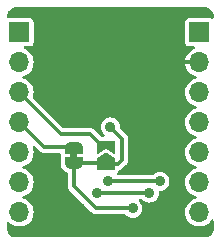
<source format=gbr>
%TF.GenerationSoftware,KiCad,Pcbnew,7.0.9*%
%TF.CreationDate,2024-02-17T11:22:31-05:00*%
%TF.ProjectId,uSD Card with Power Switch - for Xiao or QT Py,75534420-4361-4726-9420-776974682050,V1*%
%TF.SameCoordinates,Original*%
%TF.FileFunction,Copper,L2,Bot*%
%TF.FilePolarity,Positive*%
%FSLAX46Y46*%
G04 Gerber Fmt 4.6, Leading zero omitted, Abs format (unit mm)*
G04 Created by KiCad (PCBNEW 7.0.9) date 2024-02-17 11:22:31*
%MOMM*%
%LPD*%
G01*
G04 APERTURE LIST*
G04 Aperture macros list*
%AMFreePoly0*
4,1,19,0.500000,-0.750000,0.000000,-0.750000,0.000000,-0.744911,-0.071157,-0.744911,-0.207708,-0.704816,-0.327430,-0.627875,-0.420627,-0.520320,-0.479746,-0.390866,-0.500000,-0.250000,-0.500000,0.250000,-0.479746,0.390866,-0.420627,0.520320,-0.327430,0.627875,-0.207708,0.704816,-0.071157,0.744911,0.000000,0.744911,0.000000,0.750000,0.500000,0.750000,0.500000,-0.750000,0.500000,-0.750000,
$1*%
%AMFreePoly1*
4,1,19,0.000000,0.744911,0.071157,0.744911,0.207708,0.704816,0.327430,0.627875,0.420627,0.520320,0.479746,0.390866,0.500000,0.250000,0.500000,-0.250000,0.479746,-0.390866,0.420627,-0.520320,0.327430,-0.627875,0.207708,-0.704816,0.071157,-0.744911,0.000000,-0.744911,0.000000,-0.750000,-0.500000,-0.750000,-0.500000,0.750000,0.000000,0.750000,0.000000,0.744911,0.000000,0.744911,
$1*%
%AMFreePoly2*
4,1,6,1.000000,0.000000,0.500000,-0.750000,-0.500000,-0.750000,-0.500000,0.750000,0.500000,0.750000,1.000000,0.000000,1.000000,0.000000,$1*%
%AMFreePoly3*
4,1,6,0.500000,-0.750000,-0.650000,-0.750000,-0.150000,0.000000,-0.650000,0.750000,0.500000,0.750000,0.500000,-0.750000,0.500000,-0.750000,$1*%
G04 Aperture macros list end*
%TA.AperFunction,ComponentPad*%
%ADD10R,1.700000X1.700000*%
%TD*%
%TA.AperFunction,ComponentPad*%
%ADD11O,1.700000X1.700000*%
%TD*%
%TA.AperFunction,SMDPad,CuDef*%
%ADD12FreePoly0,90.000000*%
%TD*%
%TA.AperFunction,SMDPad,CuDef*%
%ADD13FreePoly1,90.000000*%
%TD*%
%TA.AperFunction,SMDPad,CuDef*%
%ADD14FreePoly2,90.000000*%
%TD*%
%TA.AperFunction,SMDPad,CuDef*%
%ADD15FreePoly3,90.000000*%
%TD*%
%TA.AperFunction,ViaPad*%
%ADD16C,0.800000*%
%TD*%
%TA.AperFunction,ViaPad*%
%ADD17C,0.900000*%
%TD*%
%TA.AperFunction,Conductor*%
%ADD18C,0.300000*%
%TD*%
G04 APERTURE END LIST*
%TA.AperFunction,EtchedComponent*%
%TO.C,JP1*%
G36*
X156200000Y-82050000D02*
G01*
X155600000Y-82050000D01*
X155600000Y-81550000D01*
X156200000Y-81550000D01*
X156200000Y-82050000D01*
G37*
%TD.AperFunction*%
%TD*%
D10*
%TO.P,J2,1,Pin_1*%
%TO.N,unconnected-(J2-Pin_1-Pad1)*%
X151300000Y-71380000D03*
D11*
%TO.P,J2,2,Pin_2*%
%TO.N,PWR_ENABLE_N*%
X151300000Y-73920000D03*
%TO.P,J2,3,Pin_3*%
%TO.N,Net-(J2-Pin_3)*%
X151300000Y-76460000D03*
%TO.P,J2,4,Pin_4*%
%TO.N,Net-(J2-Pin_4)*%
X151300000Y-79000000D03*
%TO.P,J2,5,Pin_5*%
%TO.N,unconnected-(J2-Pin_5-Pad5)*%
X151300000Y-81540000D03*
%TO.P,J2,6,Pin_6*%
%TO.N,unconnected-(J2-Pin_6-Pad6)*%
X151300000Y-84080000D03*
%TO.P,J2,7,Pin_7*%
%TO.N,unconnected-(J2-Pin_7-Pad7)*%
X151300000Y-86620000D03*
%TD*%
D10*
%TO.P,J1,1,Pin_1*%
%TO.N,+5V*%
X166540000Y-71380000D03*
D11*
%TO.P,J1,2,Pin_2*%
%TO.N,GND*%
X166540000Y-73920000D03*
%TO.P,J1,3,Pin_3*%
%TO.N,+3.3V*%
X166540000Y-76460000D03*
%TO.P,J1,4,Pin_4*%
%TO.N,MOSI*%
X166540000Y-79000000D03*
%TO.P,J1,5,Pin_5*%
%TO.N,MISO*%
X166540000Y-81540000D03*
%TO.P,J1,6,Pin_6*%
%TO.N,SCLK*%
X166540000Y-84080000D03*
%TO.P,J1,7,Pin_7*%
%TO.N,unconnected-(J1-Pin_7-Pad7)*%
X166540000Y-86620000D03*
%TD*%
D12*
%TO.P,JP1,1,A*%
%TO.N,CS_N*%
X155900000Y-82450000D03*
D13*
%TO.P,JP1,2,B*%
%TO.N,Net-(J2-Pin_4)*%
X155900000Y-81150000D03*
%TD*%
D14*
%TO.P,JP2,1,A*%
%TO.N,CS_N*%
X158600000Y-82525000D03*
D15*
%TO.P,JP2,2,B*%
%TO.N,Net-(J2-Pin_3)*%
X158600000Y-81075000D03*
%TD*%
D16*
%TO.N,GND*%
X167000000Y-88200000D03*
D17*
X153300000Y-76100000D03*
X157200000Y-71200000D03*
X156420525Y-86279475D03*
X153200000Y-83700000D03*
X163100000Y-77800000D03*
D16*
X152700000Y-69800000D03*
D17*
X161000000Y-81600000D03*
X161700000Y-78500000D03*
X164500000Y-76200000D03*
X162300000Y-86300000D03*
X156500000Y-78600000D03*
X163000000Y-79500000D03*
X164700000Y-71400000D03*
X153100000Y-85500000D03*
D16*
X150800000Y-88200000D03*
D17*
X164700000Y-70100000D03*
X155000000Y-78600000D03*
X154800000Y-84500000D03*
D16*
X165900000Y-88200000D03*
X151900000Y-88200000D03*
D17*
X163300000Y-76200000D03*
X153600000Y-82200000D03*
X164200000Y-86000000D03*
%TO.N,MISO*%
X163200000Y-84000000D03*
X158800000Y-84000000D03*
%TO.N,SCLK*%
X162300000Y-85000000D03*
X157900000Y-85000000D03*
%TO.N,CS_N*%
X160900000Y-86300000D03*
X159000000Y-79400000D03*
%TD*%
D18*
%TO.N,MISO*%
X158800000Y-84000000D02*
X163200000Y-84000000D01*
%TO.N,SCLK*%
X157900000Y-85000000D02*
X162300000Y-85000000D01*
%TO.N,Net-(J2-Pin_3)*%
X154840000Y-80000000D02*
X151300000Y-76460000D01*
X158600000Y-81075000D02*
X158375000Y-81075000D01*
X157300000Y-80000000D02*
X154840000Y-80000000D01*
X158375000Y-81075000D02*
X157300000Y-80000000D01*
%TO.N,Net-(J2-Pin_4)*%
X155900000Y-81150000D02*
X155850000Y-81100000D01*
X153400000Y-81100000D02*
X151300000Y-79000000D01*
X155850000Y-81100000D02*
X153400000Y-81100000D01*
%TO.N,CS_N*%
X160000000Y-80400000D02*
X160000000Y-82200000D01*
X159000000Y-79400000D02*
X160000000Y-80400000D01*
X155900000Y-82450000D02*
X158525000Y-82450000D01*
X160000000Y-82200000D02*
X159675000Y-82525000D01*
X158525000Y-82450000D02*
X158600000Y-82525000D01*
X158825000Y-82300000D02*
X158600000Y-82525000D01*
X157800000Y-86300000D02*
X155900000Y-84400000D01*
X160900000Y-86300000D02*
X157800000Y-86300000D01*
X159675000Y-82525000D02*
X158600000Y-82525000D01*
X155900000Y-84400000D02*
X155900000Y-82450000D01*
%TD*%
%TA.AperFunction,Conductor*%
%TO.N,GND*%
G36*
X167002667Y-69250763D02*
G01*
X167040013Y-69254440D01*
X167135545Y-69263849D01*
X167156486Y-69268015D01*
X167276552Y-69304436D01*
X167296280Y-69312608D01*
X167406932Y-69371753D01*
X167424696Y-69383622D01*
X167521679Y-69463213D01*
X167536788Y-69478322D01*
X167616376Y-69575302D01*
X167628246Y-69593067D01*
X167687388Y-69703712D01*
X167695565Y-69723454D01*
X167731982Y-69843504D01*
X167736151Y-69864461D01*
X167749237Y-69997332D01*
X167749500Y-70002677D01*
X167749500Y-70140992D01*
X167728683Y-70205061D01*
X167674183Y-70244657D01*
X167606817Y-70244657D01*
X167592628Y-70238917D01*
X167491392Y-70189426D01*
X167423262Y-70179500D01*
X167423260Y-70179500D01*
X165656740Y-70179500D01*
X165656738Y-70179500D01*
X165588609Y-70189426D01*
X165588607Y-70189426D01*
X165483518Y-70240801D01*
X165400801Y-70323518D01*
X165349426Y-70428607D01*
X165349426Y-70428609D01*
X165339500Y-70496737D01*
X165339500Y-72263262D01*
X165349426Y-72331390D01*
X165349426Y-72331392D01*
X165400801Y-72436481D01*
X165400802Y-72436483D01*
X165483517Y-72519198D01*
X165588607Y-72570573D01*
X165656737Y-72580499D01*
X165656738Y-72580500D01*
X166092673Y-72580500D01*
X166156742Y-72601317D01*
X166196338Y-72655817D01*
X166196338Y-72723183D01*
X166156742Y-72777683D01*
X166132048Y-72791139D01*
X166002826Y-72841200D01*
X165813742Y-72958275D01*
X165813738Y-72958278D01*
X165649388Y-73108103D01*
X165515366Y-73285575D01*
X165416239Y-73484652D01*
X165416237Y-73484656D01*
X165355379Y-73698555D01*
X165355378Y-73698556D01*
X165348758Y-73769999D01*
X165348759Y-73770000D01*
X166062935Y-73770000D01*
X166040000Y-73848111D01*
X166040000Y-73991889D01*
X166062935Y-74070000D01*
X165348759Y-74070000D01*
X165355378Y-74141443D01*
X165355379Y-74141444D01*
X165416237Y-74355343D01*
X165416239Y-74355347D01*
X165515366Y-74554424D01*
X165649388Y-74731896D01*
X165813738Y-74881721D01*
X165813742Y-74881724D01*
X166002826Y-74998799D01*
X166210188Y-75079132D01*
X166210201Y-75079136D01*
X166228740Y-75082602D01*
X166287892Y-75114837D01*
X166316800Y-75175685D01*
X166304422Y-75241904D01*
X166255485Y-75288200D01*
X166228741Y-75296889D01*
X166227382Y-75297144D01*
X166210061Y-75300381D01*
X166210050Y-75300385D01*
X166002607Y-75380749D01*
X166002595Y-75380755D01*
X165813440Y-75497874D01*
X165813436Y-75497877D01*
X165649017Y-75647765D01*
X165514945Y-75825306D01*
X165514943Y-75825309D01*
X165514942Y-75825311D01*
X165464954Y-75925698D01*
X165415770Y-76024473D01*
X165354885Y-76238463D01*
X165354884Y-76238464D01*
X165334357Y-76459999D01*
X165334357Y-76460000D01*
X165354884Y-76681535D01*
X165354885Y-76681536D01*
X165415771Y-76895528D01*
X165514942Y-77094689D01*
X165649019Y-77272236D01*
X165813438Y-77422124D01*
X166002599Y-77539247D01*
X166210060Y-77619618D01*
X166227382Y-77622856D01*
X166286535Y-77655091D01*
X166315442Y-77715939D01*
X166303064Y-77782158D01*
X166254127Y-77828454D01*
X166227382Y-77837144D01*
X166210063Y-77840381D01*
X166210050Y-77840385D01*
X166002607Y-77920749D01*
X166002595Y-77920755D01*
X165813440Y-78037874D01*
X165813436Y-78037877D01*
X165649017Y-78187765D01*
X165514945Y-78365306D01*
X165514943Y-78365309D01*
X165514942Y-78365311D01*
X165473457Y-78448623D01*
X165415770Y-78564473D01*
X165354885Y-78778463D01*
X165354884Y-78778464D01*
X165334357Y-78999999D01*
X165334357Y-79000000D01*
X165354884Y-79221535D01*
X165354885Y-79221536D01*
X165415771Y-79435528D01*
X165514942Y-79634689D01*
X165514944Y-79634692D01*
X165514945Y-79634693D01*
X165601659Y-79749522D01*
X165649019Y-79812236D01*
X165813438Y-79962124D01*
X166002599Y-80079247D01*
X166210060Y-80159618D01*
X166227382Y-80162856D01*
X166286535Y-80195091D01*
X166315442Y-80255939D01*
X166303064Y-80322158D01*
X166254127Y-80368454D01*
X166227382Y-80377144D01*
X166210063Y-80380381D01*
X166210050Y-80380385D01*
X166002607Y-80460749D01*
X166002595Y-80460755D01*
X165813440Y-80577874D01*
X165813436Y-80577877D01*
X165649017Y-80727765D01*
X165514945Y-80905306D01*
X165514943Y-80905309D01*
X165514942Y-80905311D01*
X165473457Y-80988623D01*
X165415770Y-81104473D01*
X165354885Y-81318463D01*
X165354884Y-81318464D01*
X165334357Y-81539999D01*
X165334357Y-81540000D01*
X165354884Y-81761535D01*
X165354885Y-81761536D01*
X165408507Y-81950000D01*
X165415771Y-81975528D01*
X165514942Y-82174689D01*
X165514944Y-82174692D01*
X165514945Y-82174693D01*
X165641632Y-82342455D01*
X165649019Y-82352236D01*
X165813438Y-82502124D01*
X166002599Y-82619247D01*
X166210060Y-82699618D01*
X166227382Y-82702856D01*
X166286535Y-82735091D01*
X166315442Y-82795939D01*
X166303064Y-82862158D01*
X166254127Y-82908454D01*
X166227382Y-82917144D01*
X166210063Y-82920381D01*
X166210050Y-82920385D01*
X166002607Y-83000749D01*
X166002595Y-83000755D01*
X165813440Y-83117874D01*
X165813436Y-83117877D01*
X165649017Y-83267765D01*
X165514945Y-83445306D01*
X165514943Y-83445309D01*
X165514942Y-83445311D01*
X165488836Y-83497739D01*
X165415770Y-83644473D01*
X165354885Y-83858463D01*
X165354884Y-83858464D01*
X165334357Y-84079999D01*
X165334357Y-84080000D01*
X165354884Y-84301535D01*
X165354885Y-84301536D01*
X165415198Y-84513516D01*
X165415771Y-84515528D01*
X165514942Y-84714689D01*
X165514944Y-84714692D01*
X165514945Y-84714693D01*
X165595031Y-84820745D01*
X165649019Y-84892236D01*
X165813438Y-85042124D01*
X166002599Y-85159247D01*
X166210060Y-85239618D01*
X166227382Y-85242856D01*
X166286535Y-85275091D01*
X166315442Y-85335939D01*
X166303064Y-85402158D01*
X166254127Y-85448454D01*
X166227382Y-85457144D01*
X166210063Y-85460381D01*
X166210050Y-85460385D01*
X166002607Y-85540749D01*
X166002595Y-85540755D01*
X165813440Y-85657874D01*
X165813436Y-85657877D01*
X165649017Y-85807765D01*
X165514945Y-85985306D01*
X165514943Y-85985309D01*
X165514942Y-85985311D01*
X165464954Y-86085698D01*
X165415770Y-86184473D01*
X165354885Y-86398463D01*
X165354884Y-86398464D01*
X165334357Y-86619999D01*
X165334357Y-86620000D01*
X165354884Y-86841535D01*
X165354885Y-86841536D01*
X165407309Y-87025790D01*
X165415771Y-87055528D01*
X165514942Y-87254689D01*
X165649019Y-87432236D01*
X165813438Y-87582124D01*
X166002599Y-87699247D01*
X166210060Y-87779618D01*
X166428757Y-87820500D01*
X166428758Y-87820500D01*
X166651242Y-87820500D01*
X166651243Y-87820500D01*
X166869940Y-87779618D01*
X167077401Y-87699247D01*
X167266562Y-87582124D01*
X167430981Y-87432236D01*
X167553516Y-87269972D01*
X167608738Y-87231390D01*
X167676092Y-87232635D01*
X167729852Y-87273232D01*
X167749500Y-87335660D01*
X167749500Y-87997322D01*
X167749237Y-88002667D01*
X167736151Y-88135538D01*
X167731982Y-88156495D01*
X167695565Y-88276545D01*
X167687388Y-88296287D01*
X167628246Y-88406932D01*
X167616376Y-88424697D01*
X167536788Y-88521677D01*
X167521677Y-88536788D01*
X167424697Y-88616376D01*
X167406932Y-88628246D01*
X167296287Y-88687388D01*
X167276545Y-88695565D01*
X167156495Y-88731982D01*
X167135538Y-88736151D01*
X167002668Y-88749237D01*
X166997323Y-88749500D01*
X151002677Y-88749500D01*
X150997332Y-88749237D01*
X150864461Y-88736151D01*
X150843505Y-88731982D01*
X150723453Y-88695564D01*
X150703712Y-88687388D01*
X150593067Y-88628246D01*
X150575302Y-88616376D01*
X150478322Y-88536788D01*
X150463211Y-88521677D01*
X150383623Y-88424697D01*
X150371753Y-88406932D01*
X150312608Y-88296280D01*
X150304436Y-88276552D01*
X150268015Y-88156486D01*
X150263849Y-88135545D01*
X150250763Y-88002666D01*
X150250500Y-87997322D01*
X150250500Y-87534588D01*
X150271317Y-87470519D01*
X150325817Y-87430923D01*
X150393183Y-87430923D01*
X150432931Y-87454035D01*
X150573438Y-87582124D01*
X150762599Y-87699247D01*
X150970060Y-87779618D01*
X151188757Y-87820500D01*
X151188758Y-87820500D01*
X151411242Y-87820500D01*
X151411243Y-87820500D01*
X151629940Y-87779618D01*
X151837401Y-87699247D01*
X152026562Y-87582124D01*
X152190981Y-87432236D01*
X152325058Y-87254689D01*
X152424229Y-87055528D01*
X152485115Y-86841536D01*
X152505643Y-86620000D01*
X152485115Y-86398464D01*
X152424229Y-86184472D01*
X152325058Y-85985311D01*
X152260969Y-85900444D01*
X152190982Y-85807765D01*
X152026563Y-85657877D01*
X152026559Y-85657874D01*
X151931981Y-85599314D01*
X151837401Y-85540753D01*
X151837396Y-85540751D01*
X151837392Y-85540749D01*
X151629949Y-85460385D01*
X151629944Y-85460383D01*
X151629940Y-85460382D01*
X151612617Y-85457143D01*
X151553465Y-85424909D01*
X151524557Y-85364061D01*
X151536935Y-85297843D01*
X151585871Y-85251546D01*
X151612618Y-85242856D01*
X151629940Y-85239618D01*
X151837401Y-85159247D01*
X152026562Y-85042124D01*
X152190981Y-84892236D01*
X152325058Y-84714689D01*
X152424229Y-84515528D01*
X152485115Y-84301536D01*
X152505643Y-84080000D01*
X152485115Y-83858464D01*
X152424229Y-83644472D01*
X152325058Y-83445311D01*
X152219416Y-83305418D01*
X152190982Y-83267765D01*
X152051247Y-83140379D01*
X152026562Y-83117876D01*
X151837401Y-83000753D01*
X151837396Y-83000751D01*
X151837392Y-83000749D01*
X151629949Y-82920385D01*
X151629944Y-82920383D01*
X151629940Y-82920382D01*
X151612617Y-82917143D01*
X151553465Y-82884909D01*
X151524557Y-82824061D01*
X151536935Y-82757843D01*
X151585871Y-82711546D01*
X151612618Y-82702856D01*
X151629940Y-82699618D01*
X151837401Y-82619247D01*
X152026562Y-82502124D01*
X152190981Y-82352236D01*
X152325058Y-82174689D01*
X152424229Y-81975528D01*
X152485115Y-81761536D01*
X152505643Y-81540000D01*
X152500011Y-81479225D01*
X152485115Y-81318464D01*
X152430746Y-81127378D01*
X152433235Y-81060059D01*
X152474819Y-81007059D01*
X152539613Y-80988623D01*
X152602868Y-81011794D01*
X152612660Y-81020474D01*
X152999757Y-81407571D01*
X153014376Y-81425712D01*
X153017857Y-81431128D01*
X153057261Y-81465271D01*
X153060099Y-81467914D01*
X153071411Y-81479225D01*
X153084194Y-81488792D01*
X153087220Y-81491231D01*
X153126627Y-81525377D01*
X153132476Y-81528048D01*
X153152520Y-81539940D01*
X153157669Y-81543795D01*
X153206532Y-81562020D01*
X153210094Y-81563495D01*
X153257543Y-81585165D01*
X153263905Y-81586080D01*
X153286494Y-81591845D01*
X153291445Y-81593691D01*
X153292517Y-81594091D01*
X153344532Y-81597810D01*
X153348380Y-81598225D01*
X153352927Y-81598878D01*
X153364201Y-81600500D01*
X153380186Y-81600500D01*
X153384070Y-81600638D01*
X153436073Y-81604358D01*
X153436073Y-81604357D01*
X153436074Y-81604358D01*
X153442359Y-81602991D01*
X153465527Y-81600500D01*
X154692227Y-81600500D01*
X154756296Y-81621317D01*
X154795892Y-81675817D01*
X154800390Y-81696018D01*
X154805526Y-81737229D01*
X154805527Y-81737234D01*
X154811898Y-81751757D01*
X154818569Y-81818792D01*
X154815175Y-81830923D01*
X154813907Y-81834615D01*
X154794654Y-81949999D01*
X154794654Y-82521890D01*
X154809047Y-82622000D01*
X154849555Y-82759957D01*
X154891568Y-82851955D01*
X154891569Y-82851957D01*
X154969301Y-82972911D01*
X154969309Y-82972921D01*
X155035527Y-83049339D01*
X155035532Y-83049344D01*
X155035539Y-83049352D01*
X155144200Y-83143506D01*
X155229283Y-83198186D01*
X155229289Y-83198189D01*
X155229296Y-83198193D01*
X155275638Y-83219356D01*
X155335780Y-83246821D01*
X155385411Y-83292371D01*
X155399500Y-83345971D01*
X155399500Y-84334469D01*
X155397009Y-84357637D01*
X155395641Y-84363927D01*
X155396089Y-84370184D01*
X155399361Y-84415934D01*
X155399500Y-84419823D01*
X155399500Y-84435795D01*
X155399501Y-84435810D01*
X155401773Y-84451615D01*
X155402188Y-84455481D01*
X155405908Y-84507478D01*
X155405909Y-84507484D01*
X155408159Y-84513516D01*
X155413918Y-84536084D01*
X155414833Y-84542453D01*
X155414834Y-84542454D01*
X155436495Y-84589887D01*
X155437983Y-84593481D01*
X155456203Y-84642330D01*
X155460063Y-84647486D01*
X155471948Y-84667517D01*
X155474623Y-84673373D01*
X155490235Y-84691390D01*
X155508765Y-84712776D01*
X155511206Y-84715805D01*
X155520779Y-84728593D01*
X155525418Y-84733232D01*
X155532078Y-84739893D01*
X155534728Y-84742739D01*
X155568869Y-84782141D01*
X155568871Y-84782142D01*
X155568872Y-84782143D01*
X155574285Y-84785622D01*
X155592428Y-84800242D01*
X157399757Y-86607571D01*
X157414376Y-86625712D01*
X157417857Y-86631128D01*
X157457262Y-86665272D01*
X157460099Y-86667914D01*
X157471407Y-86679221D01*
X157484193Y-86688792D01*
X157487224Y-86691234D01*
X157526627Y-86725377D01*
X157532474Y-86728047D01*
X157552514Y-86739937D01*
X157557669Y-86743796D01*
X157606533Y-86762020D01*
X157610114Y-86763505D01*
X157627219Y-86771316D01*
X157657543Y-86785165D01*
X157663910Y-86786080D01*
X157686489Y-86791842D01*
X157692517Y-86794091D01*
X157727573Y-86796598D01*
X157744516Y-86797810D01*
X157748386Y-86798226D01*
X157757490Y-86799534D01*
X157764201Y-86800500D01*
X157780177Y-86800500D01*
X157784062Y-86800638D01*
X157836073Y-86804359D01*
X157841640Y-86803147D01*
X157842362Y-86802991D01*
X157865531Y-86800500D01*
X160223273Y-86800500D01*
X160287342Y-86821317D01*
X160300341Y-86832419D01*
X160397738Y-86929816D01*
X160550478Y-87025789D01*
X160550480Y-87025790D01*
X160550483Y-87025791D01*
X160720737Y-87085366D01*
X160720742Y-87085367D01*
X160720745Y-87085368D01*
X160900000Y-87105565D01*
X161079255Y-87085368D01*
X161079259Y-87085366D01*
X161079262Y-87085366D01*
X161249516Y-87025791D01*
X161249519Y-87025790D01*
X161249518Y-87025790D01*
X161249522Y-87025789D01*
X161402262Y-86929816D01*
X161529816Y-86802262D01*
X161625789Y-86649522D01*
X161685368Y-86479255D01*
X161705565Y-86300000D01*
X161685368Y-86120745D01*
X161685367Y-86120742D01*
X161685366Y-86120737D01*
X161625791Y-85950483D01*
X161625790Y-85950480D01*
X161596798Y-85904339D01*
X161529816Y-85797738D01*
X161418650Y-85686572D01*
X161388069Y-85626551D01*
X161398607Y-85560015D01*
X161446242Y-85512380D01*
X161495727Y-85500500D01*
X161623273Y-85500500D01*
X161687342Y-85521317D01*
X161700341Y-85532419D01*
X161797738Y-85629816D01*
X161918047Y-85705411D01*
X161950480Y-85725790D01*
X161950483Y-85725791D01*
X162120737Y-85785366D01*
X162120742Y-85785367D01*
X162120745Y-85785368D01*
X162300000Y-85805565D01*
X162479255Y-85785368D01*
X162479259Y-85785366D01*
X162479262Y-85785366D01*
X162649516Y-85725791D01*
X162649519Y-85725790D01*
X162649518Y-85725790D01*
X162649522Y-85725789D01*
X162802262Y-85629816D01*
X162929816Y-85502262D01*
X163025789Y-85349522D01*
X163051834Y-85275091D01*
X163085366Y-85179262D01*
X163085367Y-85179257D01*
X163085368Y-85179255D01*
X163105565Y-85000000D01*
X163097313Y-84926766D01*
X163110826Y-84860773D01*
X163160550Y-84815323D01*
X163194120Y-84808056D01*
X163193917Y-84806250D01*
X163199998Y-84805564D01*
X163200000Y-84805565D01*
X163379255Y-84785368D01*
X163379259Y-84785366D01*
X163379262Y-84785366D01*
X163537565Y-84729973D01*
X163549522Y-84725789D01*
X163702262Y-84629816D01*
X163829816Y-84502262D01*
X163925789Y-84349522D01*
X163942580Y-84301535D01*
X163985366Y-84179262D01*
X163985367Y-84179257D01*
X163985368Y-84179255D01*
X164005565Y-84000000D01*
X163985368Y-83820745D01*
X163985367Y-83820742D01*
X163985366Y-83820737D01*
X163925791Y-83650483D01*
X163925790Y-83650480D01*
X163922015Y-83644472D01*
X163829816Y-83497738D01*
X163702262Y-83370184D01*
X163596769Y-83303898D01*
X163549519Y-83274209D01*
X163549516Y-83274208D01*
X163379262Y-83214633D01*
X163379257Y-83214632D01*
X163200000Y-83194435D01*
X163020742Y-83214632D01*
X163020737Y-83214633D01*
X162850483Y-83274208D01*
X162850480Y-83274209D01*
X162697739Y-83370183D01*
X162697738Y-83370183D01*
X162697738Y-83370184D01*
X162600345Y-83467576D01*
X162540324Y-83498158D01*
X162523273Y-83499500D01*
X159631409Y-83499500D01*
X159567340Y-83478683D01*
X159527744Y-83424183D01*
X159527744Y-83356817D01*
X159557585Y-83310306D01*
X159577067Y-83292371D01*
X159630418Y-83243258D01*
X159686092Y-83140381D01*
X159691304Y-83109144D01*
X159722380Y-83049379D01*
X159775651Y-83020576D01*
X159782470Y-83019091D01*
X159782483Y-83019091D01*
X159788509Y-83016843D01*
X159811090Y-83011080D01*
X159817457Y-83010165D01*
X159864911Y-82988492D01*
X159868455Y-82987024D01*
X159917331Y-82968796D01*
X159922479Y-82964942D01*
X159942519Y-82953050D01*
X159948373Y-82950377D01*
X159987788Y-82916222D01*
X159990772Y-82913817D01*
X160003593Y-82904221D01*
X160014896Y-82892916D01*
X160017738Y-82890271D01*
X160057143Y-82856128D01*
X160060621Y-82850714D01*
X160075238Y-82832574D01*
X160307574Y-82600238D01*
X160325714Y-82585621D01*
X160331128Y-82582143D01*
X160365271Y-82542737D01*
X160367917Y-82539896D01*
X160379220Y-82528594D01*
X160388817Y-82515771D01*
X160391219Y-82512792D01*
X160425377Y-82473373D01*
X160428047Y-82467524D01*
X160439942Y-82447476D01*
X160443795Y-82442331D01*
X160462022Y-82393459D01*
X160463488Y-82389921D01*
X160485165Y-82342457D01*
X160486080Y-82336088D01*
X160491844Y-82313506D01*
X160494091Y-82307483D01*
X160497811Y-82255447D01*
X160498221Y-82251645D01*
X160500500Y-82235799D01*
X160500500Y-82219812D01*
X160500639Y-82215923D01*
X160504358Y-82163927D01*
X160502991Y-82157641D01*
X160500500Y-82134473D01*
X160500500Y-80465530D01*
X160502990Y-80442363D01*
X160504359Y-80436073D01*
X160500638Y-80384061D01*
X160500500Y-80380176D01*
X160500500Y-80364206D01*
X160500499Y-80364195D01*
X160498226Y-80348386D01*
X160497810Y-80344516D01*
X160494091Y-80292520D01*
X160494091Y-80292517D01*
X160491842Y-80286489D01*
X160486080Y-80263910D01*
X160485165Y-80257543D01*
X160473355Y-80231683D01*
X160463505Y-80210114D01*
X160462020Y-80206533D01*
X160443796Y-80157669D01*
X160439937Y-80152514D01*
X160428046Y-80132472D01*
X160425377Y-80126627D01*
X160391235Y-80087225D01*
X160388792Y-80084193D01*
X160385087Y-80079244D01*
X160379221Y-80071407D01*
X160367914Y-80060099D01*
X160365272Y-80057262D01*
X160331128Y-80017857D01*
X160325712Y-80014376D01*
X160307571Y-79999757D01*
X159832783Y-79524969D01*
X159802200Y-79464945D01*
X159801543Y-79435693D01*
X159805565Y-79400000D01*
X159785368Y-79220745D01*
X159785367Y-79220742D01*
X159785366Y-79220737D01*
X159725791Y-79050483D01*
X159725790Y-79050480D01*
X159725789Y-79050478D01*
X159629816Y-78897738D01*
X159502262Y-78770184D01*
X159349522Y-78674211D01*
X159349519Y-78674209D01*
X159349516Y-78674208D01*
X159179262Y-78614633D01*
X159179257Y-78614632D01*
X159000000Y-78594435D01*
X158820742Y-78614632D01*
X158820737Y-78614633D01*
X158650483Y-78674208D01*
X158650480Y-78674209D01*
X158497739Y-78770183D01*
X158370183Y-78897739D01*
X158274209Y-79050480D01*
X158274208Y-79050483D01*
X158214633Y-79220737D01*
X158214632Y-79220742D01*
X158194435Y-79400000D01*
X158214632Y-79579257D01*
X158214633Y-79579262D01*
X158274208Y-79749516D01*
X158274209Y-79749519D01*
X158274211Y-79749522D01*
X158370184Y-79902262D01*
X158497738Y-80029816D01*
X158497740Y-80029817D01*
X158501502Y-80033579D01*
X158532085Y-80093603D01*
X158521547Y-80160139D01*
X158473912Y-80207774D01*
X158424427Y-80219654D01*
X158272618Y-80219654D01*
X158208549Y-80198837D01*
X158195543Y-80187729D01*
X157700242Y-79692428D01*
X157685620Y-79674283D01*
X157682141Y-79668869D01*
X157642739Y-79634728D01*
X157639893Y-79632078D01*
X157634241Y-79626427D01*
X157628593Y-79620779D01*
X157615805Y-79611206D01*
X157612776Y-79608765D01*
X157593379Y-79591958D01*
X157573373Y-79574623D01*
X157573371Y-79574622D01*
X157567517Y-79571948D01*
X157547486Y-79560063D01*
X157542331Y-79556204D01*
X157542329Y-79556203D01*
X157542330Y-79556203D01*
X157493481Y-79537983D01*
X157489887Y-79536495D01*
X157462698Y-79524078D01*
X157442457Y-79514835D01*
X157442455Y-79514834D01*
X157442454Y-79514834D01*
X157442453Y-79514833D01*
X157436084Y-79513918D01*
X157413516Y-79508159D01*
X157407484Y-79505909D01*
X157407478Y-79505908D01*
X157355481Y-79502188D01*
X157351615Y-79501773D01*
X157335810Y-79499501D01*
X157335801Y-79499500D01*
X157335799Y-79499500D01*
X157335796Y-79499500D01*
X157319823Y-79499500D01*
X157315937Y-79499361D01*
X157263927Y-79495641D01*
X157263926Y-79495641D01*
X157257638Y-79497009D01*
X157234469Y-79499500D01*
X155092464Y-79499500D01*
X155028395Y-79478683D01*
X155015389Y-79467575D01*
X152473756Y-76925942D01*
X152443173Y-76865918D01*
X152445992Y-76819037D01*
X152485115Y-76681535D01*
X152505643Y-76460000D01*
X152505643Y-76459999D01*
X152485115Y-76238464D01*
X152424229Y-76024472D01*
X152325058Y-75825311D01*
X152260969Y-75740444D01*
X152190982Y-75647765D01*
X152026563Y-75497877D01*
X152026559Y-75497874D01*
X151837404Y-75380755D01*
X151837405Y-75380755D01*
X151837401Y-75380753D01*
X151837396Y-75380751D01*
X151837392Y-75380749D01*
X151629949Y-75300385D01*
X151629944Y-75300383D01*
X151629940Y-75300382D01*
X151612617Y-75297143D01*
X151553465Y-75264909D01*
X151524557Y-75204061D01*
X151536935Y-75137843D01*
X151585871Y-75091546D01*
X151612618Y-75082856D01*
X151629940Y-75079618D01*
X151837401Y-74999247D01*
X152026562Y-74882124D01*
X152190981Y-74732236D01*
X152325058Y-74554689D01*
X152424229Y-74355528D01*
X152485115Y-74141536D01*
X152505643Y-73920000D01*
X152485115Y-73698464D01*
X152424229Y-73484472D01*
X152325058Y-73285311D01*
X152260969Y-73200444D01*
X152190982Y-73107765D01*
X152026563Y-72957877D01*
X152026559Y-72957874D01*
X151837404Y-72840755D01*
X151837405Y-72840755D01*
X151837401Y-72840753D01*
X151837396Y-72840751D01*
X151837392Y-72840749D01*
X151709334Y-72791139D01*
X151657111Y-72748584D01*
X151639876Y-72683460D01*
X151664212Y-72620643D01*
X151720822Y-72584128D01*
X151748709Y-72580500D01*
X152183262Y-72580500D01*
X152183262Y-72580499D01*
X152251393Y-72570573D01*
X152356483Y-72519198D01*
X152439198Y-72436483D01*
X152490573Y-72331393D01*
X152500500Y-72263260D01*
X152500500Y-70496740D01*
X152490573Y-70428607D01*
X152439198Y-70323517D01*
X152356483Y-70240802D01*
X152356481Y-70240801D01*
X152356482Y-70240801D01*
X152251391Y-70189426D01*
X152183262Y-70179500D01*
X152183260Y-70179500D01*
X150416740Y-70179500D01*
X150416732Y-70179500D01*
X150375213Y-70185549D01*
X150308813Y-70174186D01*
X150261773Y-70125963D01*
X150250500Y-70077688D01*
X150250500Y-70002677D01*
X150250763Y-69997333D01*
X150254157Y-69962868D01*
X150263849Y-69864452D01*
X150268014Y-69843515D01*
X150304438Y-69723444D01*
X150312606Y-69703722D01*
X150371756Y-69593061D01*
X150383619Y-69575307D01*
X150463218Y-69478314D01*
X150478314Y-69463218D01*
X150575307Y-69383619D01*
X150593061Y-69371756D01*
X150703722Y-69312606D01*
X150723444Y-69304438D01*
X150843515Y-69268014D01*
X150864452Y-69263849D01*
X150962868Y-69254157D01*
X150997333Y-69250763D01*
X151002677Y-69250500D01*
X151044170Y-69250500D01*
X166955830Y-69250500D01*
X166997323Y-69250500D01*
X167002667Y-69250763D01*
G37*
%TD.AperFunction*%
%TD*%
M02*

</source>
